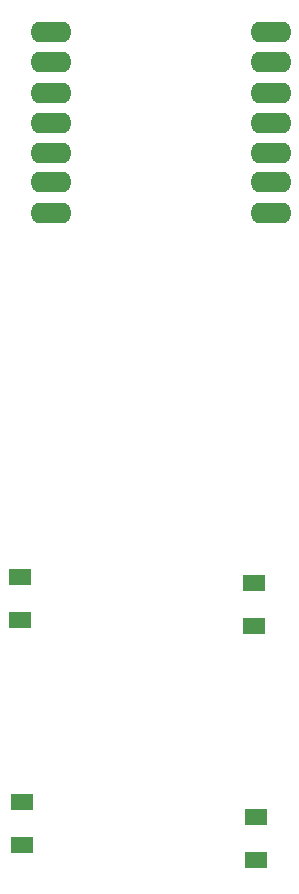
<source format=gbp>
G04 Layer: BottomPasteMaskLayer*
G04 EasyEDA v6.5.46, 2024-09-20 13:26:03*
G04 2d8f00c50ae54bd9acad4b1cc035e29b,c0cefccd67054bf09917bfb35b18985a,10*
G04 Gerber Generator version 0.2*
G04 Scale: 100 percent, Rotated: No, Reflected: No *
G04 Dimensions in millimeters *
G04 leading zeros omitted , absolute positions ,4 integer and 5 decimal *
%FSLAX45Y45*%
%MOMM*%

%AMMACRO1*21,1,$1,$2,0,0,$3*%
%ADD10MACRO1,1.3X1.8X-90.0000*%
%ADD11MACRO1,1.3X1.8X90.0000*%
%ADD12O,3.4999930000000004X1.7500092*%

%LPD*%
D10*
G01*
X2844800Y3312490D03*
D11*
G01*
X2844800Y3672509D03*
G01*
X2857500Y1767509D03*
D10*
G01*
X2857500Y1407490D03*
D11*
G01*
X4838700Y1640509D03*
D10*
G01*
X4838700Y1280490D03*
G01*
X4826000Y3261690D03*
D11*
G01*
X4826000Y3621709D03*
D12*
G01*
X3102102Y8289797D03*
G01*
X3102102Y6753097D03*
G01*
X3102102Y8035797D03*
G01*
X3102102Y7769097D03*
G01*
X3102102Y7515097D03*
G01*
X3102102Y7261097D03*
G01*
X3102102Y7019797D03*
G01*
X4969002Y8289797D03*
G01*
X4969002Y8035797D03*
G01*
X4969002Y7769097D03*
G01*
X4969002Y7515097D03*
G01*
X4969002Y7261097D03*
G01*
X4969002Y7019797D03*
G01*
X4969002Y6753097D03*
M02*

</source>
